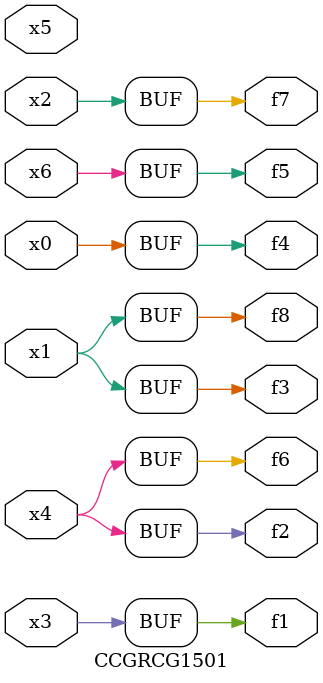
<source format=v>
module CCGRCG1501(
	input x0, x1, x2, x3, x4, x5, x6,
	output f1, f2, f3, f4, f5, f6, f7, f8
);
	assign f1 = x3;
	assign f2 = x4;
	assign f3 = x1;
	assign f4 = x0;
	assign f5 = x6;
	assign f6 = x4;
	assign f7 = x2;
	assign f8 = x1;
endmodule

</source>
